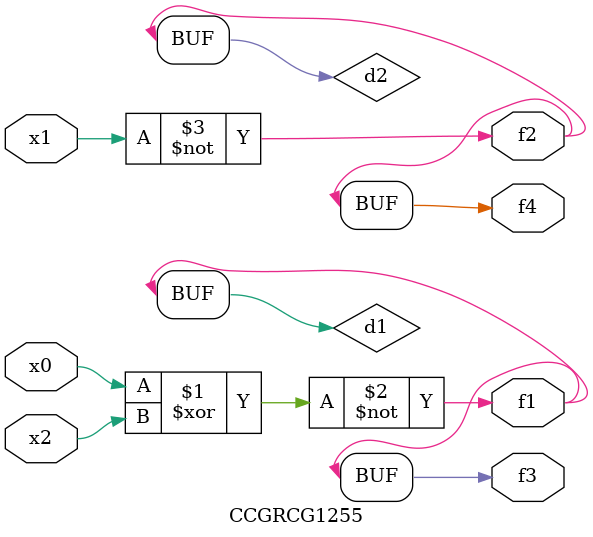
<source format=v>
module CCGRCG1255(
	input x0, x1, x2,
	output f1, f2, f3, f4
);

	wire d1, d2, d3;

	xnor (d1, x0, x2);
	nand (d2, x1);
	nor (d3, x1, x2);
	assign f1 = d1;
	assign f2 = d2;
	assign f3 = d1;
	assign f4 = d2;
endmodule

</source>
